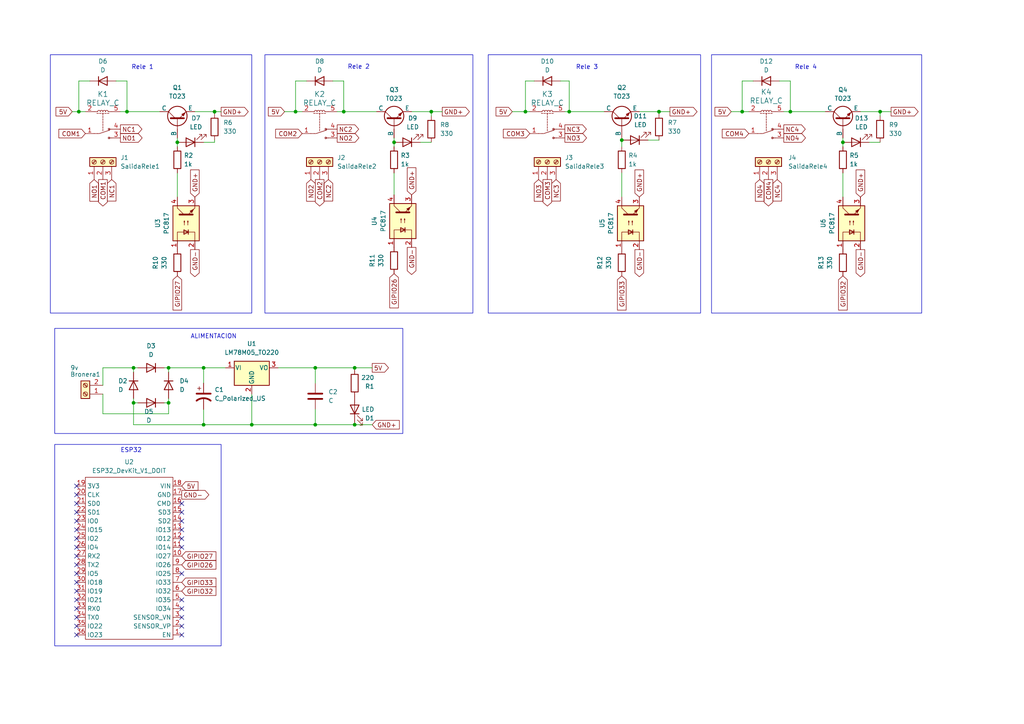
<source format=kicad_sch>
(kicad_sch (version 20230121) (generator eeschema)
  (paper "A4")
  (lib_symbols
    (symbol "Connector:Screw_Terminal_01x02" (pin_names (offset 1.016) hide)
      (property "Reference" "J" (at 0 2.54 0))
      (property "Value" "Screw_Terminal_01x02" (at 0 -5.08 0))
      (symbol "Screw_Terminal_01x02_1_1"
        (rectangle (start -1.27 1.27) (end 1.27 -3.81) (stroke (width 0.254)) (fill (type background)))
        (circle (center 0 -2.54) (radius 0.635) (stroke (width 0.1524)))
        (polyline (pts (xy -0.5334 -2.2098) (xy 0.3302 -3.048)) (stroke (width 0.1524)))
        (polyline (pts (xy -0.5334 0.3302) (xy 0.3302 -0.508)) (stroke (width 0.1524)))
        (polyline (pts (xy -0.3556 -2.032) (xy 0.508 -2.8702)) (stroke (width 0.1524)))
        (polyline (pts (xy -0.3556 0.508) (xy 0.508 -0.3302)) (stroke (width 0.1524)))
        (circle (center 0 0) (radius 0.635) (stroke (width 0.1524)))
        (pin passive line (at -5.08 0 0) (length 3.81) (name "Pin_1") (number "1"))
        (pin passive line (at -5.08 -2.54 0) (length 3.81) (name "Pin_2") (number "2"))
      )
    )
    (symbol "Connector:Screw_Terminal_01x03" (pin_names (offset 1.016) hide)
      (property "Reference" "J" (at 0 5.08 0))
      (property "Value" "Screw_Terminal_01x03" (at 0 -5.08 0))
      (symbol "Screw_Terminal_01x03_1_1"
        (rectangle (start -1.27 3.81) (end 1.27 -3.81) (stroke (width 0.254)) (fill (type background)))
        (circle (center 0 -2.54) (radius 0.635) (stroke (width 0.1524)))
        (polyline (pts (xy -0.5334 -2.2098) (xy 0.3302 -3.048)) (stroke (width 0.1524)))
        (polyline (pts (xy -0.5334 0.3302) (xy 0.3302 -0.508)) (stroke (width 0.1524)))
        (polyline (pts (xy -0.5334 2.8702) (xy 0.3302 2.032)) (stroke (width 0.1524)))
        (polyline (pts (xy -0.3556 -2.032) (xy 0.508 -2.8702)) (stroke (width 0.1524)))
        (polyline (pts (xy -0.3556 0.508) (xy 0.508 -0.3302)) (stroke (width 0.1524)))
        (polyline (pts (xy -0.3556 3.048) (xy 0.508 2.2098)) (stroke (width 0.1524)))
        (circle (center 0 0) (radius 0.635) (stroke (width 0.1524)))
        (circle (center 0 2.54) (radius 0.635) (stroke (width 0.1524)))
        (pin passive line (at -5.08 2.54 0) (length 3.81) (name "Pin_1") (number "1"))
        (pin passive line (at -5.08 0 0) (length 3.81) (name "Pin_2") (number "2"))
        (pin passive line (at -5.08 -2.54 0) (length 3.81) (name "Pin_3") (number "3"))
      )
    )
    (symbol "Device:C" (pin_numbers hide) (pin_names (offset 0.254))
      (property "Reference" "C" (at 0.635 2.54 0))
      (property "Value" "C" (at 0.635 -2.54 0))
      (symbol "C_0_1"
        (polyline (pts (xy -2.032 -0.762) (xy 2.032 -0.762)) (stroke (width 0.508)))
        (polyline (pts (xy -2.032 0.762) (xy 2.032 0.762)) (stroke (width 0.508)))
      )
      (symbol "C_1_1"
        (pin passive line (at 0 3.81 270) (length 2.794) (name "~") (number "1"))
        (pin passive line (at 0 -3.81 90) (length 2.794) (name "~") (number "2"))
      )
    )
    (symbol "Device:C_Polarized_US" (pin_numbers hide) (pin_names (offset 0.254) hide)
      (property "Reference" "C" (at 0.635 2.54 0))
      (property "Value" "C_Polarized_US" (at 0.635 -2.54 0))
      (symbol "C_Polarized_US_0_1"
        (polyline (pts (xy -2.032 0.762) (xy 2.032 0.762)) (stroke (width 0.508)))
        (polyline (pts (xy -1.778 2.286) (xy -0.762 2.286)))
        (polyline (pts (xy -1.27 1.778) (xy -1.27 2.794)))
        (arc (start 2.032 -1.27) (mid 0 -0.5572) (end -2.032 -1.27) (stroke (width 0.508)))
      )
      (symbol "C_Polarized_US_1_1"
        (pin passive line (at 0 3.81 270) (length 2.794) (name "~") (number "1"))
        (pin passive line (at 0 -3.81 90) (length 3.302) (name "~") (number "2"))
      )
    )
    (symbol "Device:D" (pin_numbers hide) (pin_names (offset 1.016) hide)
      (property "Reference" "D" (at 0 2.54 0))
      (property "Value" "D" (at 0 -2.54 0))
      (symbol "D_0_1"
        (polyline (pts (xy -1.27 1.27) (xy -1.27 -1.27)) (stroke (width 0.254)))
        (polyline (pts (xy 1.27 0) (xy -1.27 0)))
        (polyline (pts (xy 1.27 1.27) (xy 1.27 -1.27) (xy -1.27 0) (xy 1.27 1.27)) (stroke (width 0.254)))
      )
      (symbol "D_1_1"
        (pin passive line (at -3.81 0 0) (length 2.54) (name "K") (number "1"))
        (pin passive line (at 3.81 0 180) (length 2.54) (name "A") (number "2"))
      )
    )
    (symbol "Device:LED" (pin_numbers hide) (pin_names (offset 1.016) hide)
      (property "Reference" "D" (at 0 2.54 0))
      (property "Value" "LED" (at 0 -2.54 0))
      (symbol "LED_0_1"
        (polyline (pts (xy -1.27 -1.27) (xy -1.27 1.27)) (stroke (width 0.254)))
        (polyline (pts (xy -1.27 0) (xy 1.27 0)))
        (polyline (pts (xy 1.27 -1.27) (xy 1.27 1.27) (xy -1.27 0) (xy 1.27 -1.27)) (stroke (width 0.254)))
        (polyline (pts (xy -3.048 -0.762) (xy -4.572 -2.286) (xy -3.81 -2.286) (xy -4.572 -2.286) (xy -4.572 -1.524)))
        (polyline (pts (xy -1.778 -0.762) (xy -3.302 -2.286) (xy -2.54 -2.286) (xy -3.302 -2.286) (xy -3.302 -1.524)))
      )
      (symbol "LED_1_1"
        (pin passive line (at -3.81 0 0) (length 2.54) (name "K") (number "1"))
        (pin passive line (at 3.81 0 180) (length 2.54) (name "A") (number "2"))
      )
    )
    (symbol "Device:R" (pin_numbers hide) (pin_names (offset 0))
      (property "Reference" "R" (at 2.032 0 90))
      (property "Value" "R" (at 0 0 90))
      (symbol "R_0_1"
        (rectangle (start -1.016 -2.54) (end 1.016 2.54) (stroke (width 0.254)))
      )
      (symbol "R_1_1"
        (pin passive line (at 0 3.81 270) (length 1.27) (name "~") (number "1"))
        (pin passive line (at 0 -3.81 90) (length 1.27) (name "~") (number "2"))
      )
    )
    (symbol "EESTN5:ESP32_DevKit_V1_DOIT"
      (property "Reference" "U" (at -11.43 34.29 0))
      (property "Value" "ESP32_DevKit_V1_DOIT" (at 11.43 34.29 0))
      (symbol "ESP32_DevKit_V1_DOIT_0_0"
        (pin bidirectional line (at 15.24 25.4 180) (length 2.54) (name "TX0") (number "34"))
        (pin bidirectional line (at 15.24 27.94 180) (length 2.54) (name "IO22") (number "35"))
        (pin bidirectional line (at 15.24 30.48 180) (length 2.54) (name "IO23") (number "36"))
      )
      (symbol "ESP32_DevKit_V1_DOIT_0_1"
        (rectangle (start -12.7 31.75) (end 12.7 -15.24))
      )
      (symbol "ESP32_DevKit_V1_DOIT_1_1"
        (pin input line (at -15.24 30.48 0) (length 2.54) (name "EN") (number "1"))
        (pin bidirectional line (at -15.24 7.62 0) (length 2.54) (name "IO27") (number "10"))
        (pin bidirectional line (at -15.24 5.08 0) (length 2.54) (name "IO14") (number "11"))
        (pin bidirectional line (at -15.24 2.54 0) (length 2.54) (name "IO12") (number "12"))
        (pin bidirectional line (at -15.24 0 0) (length 2.54) (name "IO13") (number "13"))
        (pin bidirectional line (at -15.24 -2.54 0) (length 2.54) (name "SD2") (number "14"))
        (pin bidirectional line (at -15.24 -5.08 0) (length 2.54) (name "SD3") (number "15"))
        (pin bidirectional line (at -15.24 -7.62 0) (length 2.54) (name "CMD") (number "16"))
        (pin power_in line (at -15.24 -10.16 0) (length 2.54) (name "GND") (number "17"))
        (pin power_in line (at -15.24 -12.7 0) (length 2.54) (name "VIN") (number "18"))
        (pin power_in line (at 15.24 -12.7 180) (length 2.54) (name "3V3") (number "19"))
        (pin input line (at -15.24 27.94 0) (length 2.54) (name "SENSOR_VP") (number "2"))
        (pin bidirectional line (at 15.24 -10.16 180) (length 2.54) (name "CLK") (number "20"))
        (pin bidirectional line (at 15.24 -7.62 180) (length 2.54) (name "SD0") (number "21"))
        (pin bidirectional line (at 15.24 -5.08 180) (length 2.54) (name "SD1") (number "22"))
        (pin bidirectional line (at 15.24 -2.54 180) (length 2.54) (name "IO0") (number "23"))
        (pin bidirectional line (at 15.24 0 180) (length 2.54) (name "IO15") (number "24"))
        (pin bidirectional line (at 15.24 2.54 180) (length 2.54) (name "IO2") (number "25"))
        (pin bidirectional line (at 15.24 5.08 180) (length 2.54) (name "IO4") (number "26"))
        (pin bidirectional line (at 15.24 7.62 180) (length 2.54) (name "RX2") (number "27"))
        (pin bidirectional line (at 15.24 10.16 180) (length 2.54) (name "TX2") (number "28"))
        (pin bidirectional line (at 15.24 12.7 180) (length 2.54) (name "IO5") (number "29"))
        (pin input line (at -15.24 25.4 0) (length 2.54) (name "SENSOR_VN") (number "3"))
        (pin bidirectional line (at 15.24 15.24 180) (length 2.54) (name "IO18") (number "30"))
        (pin bidirectional line (at 15.24 17.78 180) (length 2.54) (name "IO19") (number "31"))
        (pin bidirectional line (at 15.24 20.32 180) (length 2.54) (name "IO21") (number "32"))
        (pin bidirectional line (at 15.24 22.86 180) (length 2.54) (name "RX0") (number "33"))
        (pin input line (at -15.24 22.86 0) (length 2.54) (name "IO34") (number "4"))
        (pin input line (at -15.24 20.32 0) (length 2.54) (name "IO35") (number "5"))
        (pin bidirectional line (at -15.24 17.78 0) (length 2.54) (name "IO32") (number "6"))
        (pin bidirectional line (at -15.24 15.24 0) (length 2.54) (name "IO33") (number "7"))
        (pin bidirectional line (at -15.24 12.7 0) (length 2.54) (name "IO25") (number "8"))
        (pin bidirectional line (at -15.24 10.16 0) (length 2.54) (name "IO26") (number "9"))
      )
    )
    (symbol "EESTN5:RELAY_C" (pin_names (offset 1.016))
      (property "Reference" "K" (at 0 6.35 0))
      (property "Value" "RELAY_C" (at 0 -5.969 0))
      (symbol "RELAY_C_0_1"
        (arc (start -0.762 3.81) (mid -1.143 4.1894) (end -1.524 3.81))
        (polyline (pts (xy -1.778 3.302) (xy -1.27 3.302) (xy -1.27 3.302)))
        (polyline (pts (xy -1.524 -2.54) (xy -2.54 -2.54) (xy -2.54 -2.54)))
        (polyline (pts (xy -1.524 3.81) (xy -2.54 3.81) (xy -2.54 3.81)))
        (polyline (pts (xy -1.016 3.302) (xy -0.508 3.302) (xy -0.508 3.302)))
        (polyline (pts (xy -0.254 3.302) (xy 0.254 3.302) (xy 0.254 3.302)))
        (polyline (pts (xy 0 -1.27) (xy 0 -1.778) (xy 0 -1.778)))
        (polyline (pts (xy 0 -0.508) (xy 0 -1.016) (xy 0 -1.016)))
        (polyline (pts (xy 0 0.254) (xy 0 -0.254) (xy 0 -0.254)))
        (polyline (pts (xy 0 1.016) (xy 0 0.508) (xy 0 0.508)))
        (polyline (pts (xy 0 1.778) (xy 0 1.27) (xy 0 1.27)))
        (polyline (pts (xy 0 2.54) (xy 0 2.032) (xy 0 2.032)))
        (polyline (pts (xy 0 3.302) (xy 0 2.794) (xy 0 2.794)))
        (polyline (pts (xy 0.508 3.302) (xy 1.016 3.302) (xy 1.016 3.302)))
        (polyline (pts (xy 1.27 3.302) (xy 1.778 3.302) (xy 1.778 3.302)))
        (polyline (pts (xy 1.524 3.81) (xy 2.54 3.81) (xy 2.54 3.81)))
        (polyline (pts (xy 2.54 -3.81) (xy 1.778 -3.81) (xy 1.778 -3.81)))
        (polyline (pts (xy 2.54 -1.27) (xy 1.778 -1.27) (xy 1.778 -1.27)))
        (polyline (pts (xy -1.524 -2.54) (xy -1.016 -2.54) (xy 2.032 -1.524) (xy 2.032 -1.524)))
        (arc (start 0 3.81) (mid -0.381 4.1894) (end -0.762 3.81))
        (arc (start 0.762 3.81) (mid 0.381 4.1894) (end 0 3.81))
        (arc (start 1.524 3.81) (mid 1.143 4.1894) (end 0.762 3.81))
        (circle (center 1.778 -3.81) (radius 0.254))
        (circle (center 1.778 -1.27) (radius 0.254))
      )
      (symbol "RELAY_C_1_1"
        (pin passive line (at -5.08 -2.54 0) (length 2.54) (name "~") (number "1"))
        (pin passive line (at -5.08 3.81 0) (length 2.54) (name "~") (number "2"))
        (pin passive line (at 5.08 -3.81 180) (length 2.54) (name "~") (number "3"))
        (pin passive line (at 5.08 -1.27 180) (length 2.54) (name "~") (number "4"))
        (pin passive line (at 5.08 3.81 180) (length 2.54) (name "~") (number "5"))
      )
    )
    (symbol "Isolator:PC817" (pin_names (offset 1.016))
      (property "Reference" "U" (at -5.08 5.08 0))
      (property "Value" "PC817" (at 0 5.08 0))
      (symbol "PC817_0_1"
        (rectangle (start -5.08 3.81) (end 5.08 -3.81) (stroke (width 0.254)) (fill (type background)))
        (polyline (pts (xy -3.175 -0.635) (xy -1.905 -0.635)) (stroke (width 0.254)))
        (polyline (pts (xy 2.54 0.635) (xy 4.445 2.54)))
        (polyline (pts (xy 4.445 -2.54) (xy 2.54 -0.635)) (fill (type outline)))
        (polyline (pts (xy 4.445 -2.54) (xy 5.08 -2.54)))
        (polyline (pts (xy 4.445 2.54) (xy 5.08 2.54)))
        (polyline (pts (xy -5.08 2.54) (xy -2.54 2.54) (xy -2.54 -0.635)))
        (polyline (pts (xy -2.54 -0.635) (xy -2.54 -2.54) (xy -5.08 -2.54)))
        (polyline (pts (xy 2.54 1.905) (xy 2.54 -1.905) (xy 2.54 -1.905)) (stroke (width 0.508)))
        (polyline (pts (xy -2.54 -0.635) (xy -3.175 0.635) (xy -1.905 0.635) (xy -2.54 -0.635)) (stroke (width 0.254)))
        (polyline (pts (xy -0.508 -0.508) (xy 0.762 -0.508) (xy 0.381 -0.635) (xy 0.381 -0.381) (xy 0.762 -0.508)))
        (polyline (pts (xy -0.508 0.508) (xy 0.762 0.508) (xy 0.381 0.381) (xy 0.381 0.635) (xy 0.762 0.508)))
        (polyline (pts (xy 3.048 -1.651) (xy 3.556 -1.143) (xy 4.064 -2.159) (xy 3.048 -1.651) (xy 3.048 -1.651)) (fill (type outline)))
      )
      (symbol "PC817_1_1"
        (pin passive line (at -7.62 2.54 0) (length 2.54) (name "~") (number "1"))
        (pin passive line (at -7.62 -2.54 0) (length 2.54) (name "~") (number "2"))
        (pin passive line (at 7.62 -2.54 180) (length 2.54) (name "~") (number "3"))
        (pin passive line (at 7.62 2.54 180) (length 2.54) (name "~") (number "4"))
      )
    )
    (symbol "Regulator_Linear:LM78M05_TO220" (pin_names (offset 0.254))
      (property "Reference" "U" (at -3.81 3.175 0))
      (property "Value" "LM78M05_TO220" (at 0 3.175 0))
      (symbol "LM78M05_TO220_0_1"
        (rectangle (start -5.08 1.905) (end 5.08 -5.08) (stroke (width 0.254)) (fill (type background)))
      )
      (symbol "LM78M05_TO220_1_1"
        (pin power_in line (at -7.62 0 0) (length 2.54) (name "VI") (number "1"))
        (pin power_in line (at 0 -7.62 90) (length 2.54) (name "GND") (number "2"))
        (pin power_out line (at 7.62 0 180) (length 2.54) (name "VO") (number "3"))
      )
    )
    (symbol "Simulation_SPICE:NPN" (pin_numbers hide) (pin_names (offset 0))
      (property "Reference" "Q" (at -2.54 7.62 0))
      (property "Value" "NPN" (at -2.54 5.08 0))
      (symbol "NPN_0_1"
        (polyline (pts (xy -2.54 0) (xy 0.635 0)) (stroke (width 0.1524)))
        (polyline (pts (xy 0.635 0.635) (xy 2.54 2.54)))
        (polyline (pts (xy 2.794 -1.27) (xy 2.794 -1.27)) (stroke (width 0.1524)))
        (polyline (pts (xy 2.794 -1.27) (xy 2.794 -1.27)) (stroke (width 0.1524)))
        (polyline (pts (xy 0.635 -0.635) (xy 2.54 -2.54) (xy 2.54 -2.54)))
        (polyline (pts (xy 0.635 1.905) (xy 0.635 -1.905) (xy 0.635 -1.905)) (stroke (width 0.508)))
        (polyline (pts (xy 1.27 -1.778) (xy 1.778 -1.27) (xy 2.286 -2.286) (xy 1.27 -1.778) (xy 1.27 -1.778)) (fill (type outline)))
        (circle (center 1.27 0) (radius 2.8194) (stroke (width 0.254)))
      )
      (symbol "NPN_1_1"
        (pin open_collector line (at 2.54 5.08 270) (length 2.54) (name "C") (number "1"))
        (pin input line (at -5.08 0 0) (length 2.54) (name "B") (number "2"))
        (pin open_emitter line (at 2.54 -5.08 90) (length 2.54) (name "E") (number "3"))
      )
    )
  )
  (junction (at 48.895 106.68))
  (junction (at 125.095 32.385))
  (junction (at 229.235 32.385))
  (junction (at 114.3 41.275))
  (junction (at 59.055 106.68))
  (junction (at 191.135 32.385))
  (junction (at 51.435 41.275))
  (junction (at 215.265 32.385))
  (junction (at 48.895 116.84))
  (junction (at 99.695 32.385))
  (junction (at 36.83 32.385))
  (junction (at 255.27 32.385))
  (junction (at 165.1 32.385))
  (junction (at 38.735 106.68))
  (junction (at 91.44 123.19))
  (junction (at 85.725 32.385))
  (junction (at 102.87 123.19))
  (junction (at 102.87 106.68))
  (junction (at 91.44 106.68))
  (junction (at 22.86 32.385))
  (junction (at 38.735 116.84))
  (junction (at 244.475 41.275))
  (junction (at 180.34 40.64))
  (junction (at 152.4 32.385))
  (junction (at 73.025 123.19))
  (junction (at 62.23 32.385))
  (junction (at 59.055 123.19))
  (no_connect (at 22.225 151.13))
  (no_connect (at 22.225 161.29))
  (no_connect (at 22.225 156.21))
  (no_connect (at 22.225 163.83))
  (no_connect (at 52.705 153.67))
  (no_connect (at 52.705 179.07))
  (no_connect (at 22.225 166.37))
  (no_connect (at 52.705 148.59))
  (no_connect (at 22.225 176.53))
  (no_connect (at 22.225 148.59))
  (no_connect (at 22.225 143.51))
  (no_connect (at 52.705 181.61))
  (no_connect (at 22.225 181.61))
  (no_connect (at 22.225 184.15))
  (no_connect (at 22.225 153.67))
  (no_connect (at 52.705 166.37))
  (no_connect (at 22.225 146.05))
  (no_connect (at 52.705 151.13))
  (no_connect (at 22.225 168.91))
  (no_connect (at 52.705 146.05))
  (no_connect (at 52.705 156.21))
  (no_connect (at 52.705 158.75))
  (no_connect (at 22.225 158.75))
  (no_connect (at 22.225 171.45))
  (no_connect (at 22.225 179.07))
  (no_connect (at 52.705 176.53))
  (no_connect (at 52.705 173.99))
  (no_connect (at 22.225 173.99))
  (no_connect (at 52.705 184.15))
  (no_connect (at 22.225 140.97))
  (wire (pts (xy 82.55 32.385) (xy 85.725 32.385)))
  (wire (pts (xy 165.1 32.385) (xy 175.26 32.385)))
  (wire (pts (xy 185.42 32.385) (xy 191.135 32.385)))
  (wire (pts (xy 102.87 106.68) (xy 102.87 107.315)))
  (wire (pts (xy 36.83 23.495) (xy 36.83 32.385)))
  (wire (pts (xy 99.695 23.495) (xy 99.695 32.385)))
  (wire (pts (xy 38.735 116.84) (xy 40.005 116.84)))
  (wire (pts (xy 36.83 32.385) (xy 46.355 32.385)))
  (wire (pts (xy 229.235 32.385) (xy 239.395 32.385)))
  (wire (pts (xy 252.095 41.275) (xy 255.27 41.275)))
  (wire (pts (xy 48.895 115.57) (xy 48.895 116.84)))
  (wire (pts (xy 47.625 116.84) (xy 48.895 116.84)))
  (wire (pts (xy 48.895 106.68) (xy 48.895 107.95)))
  (wire (pts (xy 38.735 115.57) (xy 38.735 116.84)))
  (wire (pts (xy 29.845 106.68) (xy 38.735 106.68)))
  (wire (pts (xy 64.135 32.385) (xy 62.23 32.385)))
  (wire (pts (xy 114.3 50.165) (xy 114.3 56.515)))
  (wire (pts (xy 244.475 50.165) (xy 244.475 57.15)))
  (wire (pts (xy 125.095 32.385) (xy 125.095 33.655)))
  (wire (pts (xy 180.34 50.165) (xy 180.34 57.15)))
  (wire (pts (xy 191.135 33.02) (xy 191.135 32.385)))
  (wire (pts (xy 48.895 106.68) (xy 59.055 106.68)))
  (wire (pts (xy 97.79 32.385) (xy 99.695 32.385)))
  (wire (pts (xy 91.44 123.19) (xy 102.87 123.19)))
  (wire (pts (xy 73.025 123.19) (xy 91.44 123.19)))
  (wire (pts (xy 51.435 41.275) (xy 51.435 40.005)))
  (wire (pts (xy 34.925 32.385) (xy 36.83 32.385)))
  (wire (pts (xy 249.555 32.385) (xy 255.27 32.385)))
  (wire (pts (xy 80.645 106.68) (xy 91.44 106.68)))
  (wire (pts (xy 148.59 32.385) (xy 152.4 32.385)))
  (wire (pts (xy 22.86 23.495) (xy 22.86 32.385)))
  (wire (pts (xy 119.38 32.385) (xy 125.095 32.385)))
  (wire (pts (xy 88.9 23.495) (xy 85.725 23.495)))
  (wire (pts (xy 244.475 40.005) (xy 244.475 41.275)))
  (wire (pts (xy 20.955 32.385) (xy 22.86 32.385)))
  (wire (pts (xy 59.055 123.19) (xy 38.735 123.19)))
  (wire (pts (xy 180.34 40.64) (xy 180.34 42.545)))
  (wire (pts (xy 22.86 23.495) (xy 26.035 23.495)))
  (wire (pts (xy 29.845 114.3) (xy 29.845 120.015)))
  (wire (pts (xy 226.06 23.495) (xy 229.235 23.495)))
  (wire (pts (xy 62.23 33.02) (xy 62.23 32.385)))
  (wire (pts (xy 102.87 122.555) (xy 102.87 123.19)))
  (wire (pts (xy 91.44 106.68) (xy 91.44 111.125)))
  (wire (pts (xy 73.025 123.19) (xy 59.055 123.19)))
  (wire (pts (xy 215.265 23.495) (xy 218.44 23.495)))
  (wire (pts (xy 121.92 41.275) (xy 125.095 41.275)))
  (wire (pts (xy 85.725 23.495) (xy 85.725 32.385)))
  (wire (pts (xy 191.135 32.385) (xy 194.31 32.385)))
  (wire (pts (xy 33.655 23.495) (xy 36.83 23.495)))
  (wire (pts (xy 165.1 23.495) (xy 165.1 32.385)))
  (wire (pts (xy 227.33 32.385) (xy 229.235 32.385)))
  (wire (pts (xy 191.135 40.64) (xy 187.96 40.64)))
  (wire (pts (xy 102.87 123.19) (xy 107.95 123.19)))
  (wire (pts (xy 96.52 23.495) (xy 99.695 23.495)))
  (wire (pts (xy 212.09 32.385) (xy 215.265 32.385)))
  (wire (pts (xy 215.265 23.495) (xy 215.265 32.385)))
  (wire (pts (xy 22.86 32.385) (xy 24.765 32.385)))
  (wire (pts (xy 59.055 118.745) (xy 59.055 123.19)))
  (wire (pts (xy 180.34 40.005) (xy 180.34 40.64)))
  (wire (pts (xy 48.895 116.84) (xy 48.895 120.015)))
  (wire (pts (xy 47.625 106.68) (xy 48.895 106.68)))
  (wire (pts (xy 114.3 41.275) (xy 114.3 42.545)))
  (wire (pts (xy 38.735 106.68) (xy 40.005 106.68)))
  (wire (pts (xy 229.235 23.495) (xy 229.235 32.385)))
  (wire (pts (xy 38.735 123.19) (xy 38.735 116.84)))
  (wire (pts (xy 102.87 106.68) (xy 107.95 106.68)))
  (wire (pts (xy 59.055 106.68) (xy 59.055 111.125)))
  (wire (pts (xy 62.23 32.385) (xy 56.515 32.385)))
  (wire (pts (xy 62.23 40.64) (xy 62.23 41.275)))
  (wire (pts (xy 255.27 32.385) (xy 258.445 32.385)))
  (wire (pts (xy 255.27 32.385) (xy 255.27 33.655)))
  (wire (pts (xy 152.4 32.385) (xy 153.67 32.385)))
  (wire (pts (xy 91.44 106.68) (xy 102.87 106.68)))
  (wire (pts (xy 152.4 23.495) (xy 152.4 32.385)))
  (wire (pts (xy 154.94 23.495) (xy 152.4 23.495)))
  (wire (pts (xy 125.095 32.385) (xy 128.27 32.385)))
  (wire (pts (xy 215.265 32.385) (xy 217.17 32.385)))
  (wire (pts (xy 65.405 106.68) (xy 59.055 106.68)))
  (wire (pts (xy 51.435 42.545) (xy 51.435 41.275)))
  (wire (pts (xy 73.025 114.3) (xy 73.025 123.19)))
  (wire (pts (xy 51.435 50.165) (xy 51.435 57.15)))
  (wire (pts (xy 85.725 32.385) (xy 87.63 32.385)))
  (wire (pts (xy 99.695 32.385) (xy 109.22 32.385)))
  (wire (pts (xy 29.845 120.015) (xy 48.895 120.015)))
  (wire (pts (xy 91.44 118.745) (xy 91.44 123.19)))
  (wire (pts (xy 62.23 41.275) (xy 59.055 41.275)))
  (wire (pts (xy 114.3 40.005) (xy 114.3 41.275)))
  (wire (pts (xy 244.475 41.275) (xy 244.475 42.545)))
  (wire (pts (xy 162.56 23.495) (xy 165.1 23.495)))
  (wire (pts (xy 29.845 111.76) (xy 29.845 106.68)))
  (wire (pts (xy 38.735 106.68) (xy 38.735 107.95)))
  (wire (pts (xy 163.83 32.385) (xy 165.1 32.385)))
  (rectangle (start 14.605 15.875) (end 73.025 90.805))
  (rectangle (start 15.875 95.25) (end 116.84 125.73))
  (rectangle (start 206.375 15.875) (end 267.335 90.805))
  (rectangle (start 15.875 128.905) (end 64.135 187.325))
  (rectangle (start 76.835 15.875) (end 137.16 90.805))
  (rectangle (start 141.605 15.875) (end 203.2 90.805))
  (text "Rele 4" (at 230.505 20.32 0) (effects (font (size 1.27 1.27)) (justify left bottom)))
  (text "Rele 2" (at 100.7938 20.2545 0) (effects (font (size 1.27 1.27)) (justify left bottom)))
  (text "ESP32\n" (at 34.925 131.445 0) (effects (font (size 1.27 1.27)) (justify left bottom)))
  (text "Rele 3" (at 167.005 20.32 0) (effects (font (size 1.27 1.27)) (justify left bottom)))
  (text "Rele 1" (at 38.1 20.32 0) (effects (font (size 1.27 1.27)) (justify left bottom)))
  (text "ALIMENTACION" (at 55.245 98.425 0) (effects (font (size 1.27 1.27)) (justify left bottom)))
  (global_label "5V" (shape input) (at 52.705 140.97 0) (property "Intersheetrefs" "${INTERSHEET_REFS}" (effects hide)))
  (global_label "GND-" (shape output) (at 52.705 143.51 0) (property "Intersheetrefs" "${INTERSHEET_REFS}" (effects hide)))
  (global_label "COM3" (shape output) (at 158.75 52.07 270) (property "Intersheetrefs" "${INTERSHEET_REFS}" (effects hide)))
  (global_label "COM1" (shape output) (at 29.845 52.07 270) (property "Intersheetrefs" "${INTERSHEET_REFS}" (effects hide)))
  (global_label "NO2" (shape input) (at 90.17 52.07 270) (property "Intersheetrefs" "${INTERSHEET_REFS}" (effects hide)))
  (global_label "NC2" (shape output) (at 97.79 37.465 0) (property "Intersheetrefs" "${INTERSHEET_REFS}" (effects hide)))
  (global_label "5V" (shape input) (at 20.955 32.385 180) (property "Intersheetrefs" "${INTERSHEET_REFS}" (effects hide)))
  (global_label "NO3" (shape input) (at 156.21 52.07 270) (property "Intersheetrefs" "${INTERSHEET_REFS}" (effects hide)))
  (global_label "GND+" (shape output) (at 64.135 32.385 0) (property "Intersheetrefs" "${INTERSHEET_REFS}" (effects hide)))
  (global_label "GND-" (shape output) (at 185.42 72.39 270) (property "Intersheetrefs" "${INTERSHEET_REFS}" (effects hide)))
  (global_label "NC3" (shape output) (at 163.83 37.465 0) (property "Intersheetrefs" "${INTERSHEET_REFS}" (effects hide)))
  (global_label "GIPIO33" (shape input) (at 52.705 168.91 0) (property "Intersheetrefs" "${INTERSHEET_REFS}" (effects hide)))
  (global_label "GND+" (shape output) (at 194.31 32.385 0) (property "Intersheetrefs" "${INTERSHEET_REFS}" (effects hide)))
  (global_label "GIPIO32" (shape input) (at 244.475 80.01 270) (property "Intersheetrefs" "${INTERSHEET_REFS}" (effects hide)))
  (global_label "COM2" (shape input) (at 87.63 38.735 180) (property "Intersheetrefs" "${INTERSHEET_REFS}" (effects hide)))
  (global_label "GND+" (shape output) (at 258.445 32.385 0) (property "Intersheetrefs" "${INTERSHEET_REFS}" (effects hide)))
  (global_label "5V" (shape input) (at 82.55 32.385 180) (property "Intersheetrefs" "${INTERSHEET_REFS}" (effects hide)))
  (global_label "COM1" (shape input) (at 24.765 38.735 180) (property "Intersheetrefs" "${INTERSHEET_REFS}" (effects hide)))
  (global_label "NC3" (shape input) (at 161.29 52.07 270) (property "Intersheetrefs" "${INTERSHEET_REFS}" (effects hide)))
  (global_label "GND+" (shape output) (at 128.27 32.385 0) (property "Intersheetrefs" "${INTERSHEET_REFS}" (effects hide)))
  (global_label "NC1" (shape input) (at 32.385 52.07 270) (property "Intersheetrefs" "${INTERSHEET_REFS}" (effects hide)))
  (global_label "GND-" (shape output) (at 249.555 72.39 270) (property "Intersheetrefs" "${INTERSHEET_REFS}" (effects hide)))
  (global_label "NC4" (shape output) (at 227.33 37.465 0) (property "Intersheetrefs" "${INTERSHEET_REFS}" (effects hide)))
  (global_label "NO2" (shape output) (at 97.79 40.005 0) (property "Intersheetrefs" "${INTERSHEET_REFS}" (effects hide)))
  (global_label "5V" (shape input) (at 212.09 32.385 180) (property "Intersheetrefs" "${INTERSHEET_REFS}" (effects hide)))
  (global_label "GIPIO27" (shape input) (at 52.705 161.29 0) (property "Intersheetrefs" "${INTERSHEET_REFS}" (effects hide)))
  (global_label "GND-" (shape output) (at 119.38 71.755 270) (property "Intersheetrefs" "${INTERSHEET_REFS}" (effects hide)))
  (global_label "GND+" (shape input) (at 56.515 57.15 90) (property "Intersheetrefs" "${INTERSHEET_REFS}" (effects hide)))
  (global_label "NC4" (shape input) (at 225.425 52.07 270) (property "Intersheetrefs" "${INTERSHEET_REFS}" (effects hide)))
  (global_label "NO1" (shape input) (at 27.305 52.07 270) (property "Intersheetrefs" "${INTERSHEET_REFS}" (effects hide)))
  (global_label "NC2" (shape input) (at 95.25 52.07 270) (property "Intersheetrefs" "${INTERSHEET_REFS}" (effects hide)))
  (global_label "COM2" (shape output) (at 92.71 52.07 270) (property "Intersheetrefs" "${INTERSHEET_REFS}" (effects hide)))
  (global_label "NO1" (shape output) (at 34.925 40.005 0) (property "Intersheetrefs" "${INTERSHEET_REFS}" (effects hide)))
  (global_label "GND-" (shape output) (at 56.515 72.39 270) (property "Intersheetrefs" "${INTERSHEET_REFS}" (effects hide)))
  (global_label "GIPIO33" (shape input) (at 180.34 80.01 270) (property "Intersheetrefs" "${INTERSHEET_REFS}" (effects hide)))
  (global_label "GIPIO32" (shape input) (at 52.705 171.45 0) (property "Intersheetrefs" "${INTERSHEET_REFS}" (effects hide)))
  (global_label "COM3" (shape input) (at 153.67 38.735 180) (property "Intersheetrefs" "${INTERSHEET_REFS}" (effects hide)))
  (global_label "NC1" (shape output) (at 34.925 37.465 0) (property "Intersheetrefs" "${INTERSHEET_REFS}" (effects hide)))
  (global_label "NO3" (shape output) (at 163.83 40.005 0) (property "Intersheetrefs" "${INTERSHEET_REFS}" (effects hide)))
  (global_label "COM4" (shape input) (at 217.17 38.735 180) (property "Intersheetrefs" "${INTERSHEET_REFS}" (effects hide)))
  (global_label "GIPIO26" (shape input) (at 114.3 79.375 270) (property "Intersheetrefs" "${INTERSHEET_REFS}" (effects hide)))
  (global_label "GND+" (shape input) (at 107.95 123.19 0) (property "Intersheetrefs" "${INTERSHEET_REFS}" (effects hide)))
  (global_label "5V" (shape output) (at 107.95 106.68 0) (property "Intersheetrefs" "${INTERSHEET_REFS}" (effects hide)))
  (global_label "GND+" (shape input) (at 185.42 57.15 90) (property "Intersheetrefs" "${INTERSHEET_REFS}" (effects hide)))
  (global_label "GND+" (shape input) (at 119.38 56.515 90) (property "Intersheetrefs" "${INTERSHEET_REFS}" (effects hide)))
  (global_label "5V" (shape input) (at 148.59 32.385 180) (property "Intersheetrefs" "${INTERSHEET_REFS}" (effects hide)))
  (global_label "GIPIO26" (shape input) (at 52.705 163.83 0) (property "Intersheetrefs" "${INTERSHEET_REFS}" (effects hide)))
  (global_label "GIPIO27" (shape input) (at 51.435 80.01 270) (property "Intersheetrefs" "${INTERSHEET_REFS}" (effects hide)))
  (global_label "NO4" (shape output) (at 227.33 40.005 0) (property "Intersheetrefs" "${INTERSHEET_REFS}" (effects hide)))
  (global_label "GND+" (shape input) (at 249.555 57.15 90) (property "Intersheetrefs" "${INTERSHEET_REFS}" (effects hide)))
  (global_label "COM4" (shape output) (at 222.885 52.07 270) (property "Intersheetrefs" "${INTERSHEET_REFS}" (effects hide)))
  (global_label "NO4" (shape input) (at 220.345 52.07 270) (property "Intersheetrefs" "${INTERSHEET_REFS}" (effects hide)))
  (symbol (lib_id "Connector:Screw_Terminal_01x03") (at 92.71 46.99 90) (unit 1)
    (property "Reference" "J2" (at 97.79 45.72 90) (effects (justify right)))
    (property "Value" "SalidaRele2" (at 97.79 48.26 90) (effects (justify right)))
    (property "Footprint" "TerminalBlock:TerminalBlock_Altech_AK300-3_P5.00mm" (effects hide))
  )
  (symbol (lib_id "Device:R") (at 255.27 37.465 0) (unit 1)
    (property "Reference" "R9" (at 257.81 36.195 0) (effects (justify left)))
    (property "Value" "330" (at 257.81 38.735 0) (effects (justify left)))
    (property "Footprint" "Resistor_SMD:R_0805_2012Metric_Pad1.20x1.40mm_HandSolder" (effects hide))
  )
  (symbol (lib_id "Device:D") (at 43.815 116.84 180) (unit 1)
    (property "Reference" "D5" (at 43.18 119.38 0))
    (property "Value" "D" (at 43.18 121.92 0))
    (property "Footprint" "Diode_SMD:D_0805_2012Metric_Pad1.15x1.40mm_HandSolder" (effects hide))
    (property "Sim.Device" "D" (effects hide))
    (property "Sim.Pins" "1=K 2=A" (effects hide))
  )
  (symbol (lib_id "Device:D") (at 222.25 23.495 0) (unit 1)
    (property "Reference" "D12" (at 222.25 17.78 0))
    (property "Value" "D" (at 222.25 20.32 0))
    (property "Footprint" "Diode_SMD:D_0805_2012Metric_Pad1.15x1.40mm_HandSolder" (effects hide))
    (property "Sim.Device" "D" (effects hide))
    (property "Sim.Pins" "1=K 2=A" (effects hide))
  )
  (symbol (lib_id "Simulation_SPICE:NPN") (at 244.475 34.925 90) (unit 1)
    (property "Reference" "Q4" (at 244.475 26.035 90))
    (property "Value" "TO23" (at 244.475 28.575 90))
    (property "Footprint" "Package_TO_SOT_SMD:SOT-23" (effects hide))
    (property "Sim.Device" "NPN" (effects hide))
    (property "Sim.Type" "GUMMELPOON" (effects hide))
    (property "Sim.Pins" "1=C 2=B 3=E" (effects hide))
  )
  (symbol (lib_id "Device:R") (at 62.23 36.83 0) (unit 1)
    (property "Reference" "R6" (at 64.77 35.56 0) (effects (justify left)))
    (property "Value" "330" (at 64.77 38.1 0) (effects (justify left)))
    (property "Footprint" "Resistor_SMD:R_0805_2012Metric_Pad1.20x1.40mm_HandSolder" (effects hide))
  )
  (symbol (lib_id "Isolator:PC817") (at 116.84 64.135 90) (unit 1)
    (property "Reference" "U4" (at 108.585 64.135 0))
    (property "Value" "PC817" (at 111.125 64.135 0))
    (property "Footprint" "Package_DIP:DIP-4_W7.62mm_SMDSocket_SmallPads" (effects hide))
    (property "Datasheet" "http://www.soselectronic.cz/a_info/resource/d/pc817.pdf" (effects hide))
  )
  (symbol (lib_id "Device:LED") (at 184.15 40.64 180) (unit 1)
    (property "Reference" "D11" (at 185.7375 33.655 0))
    (property "Value" "LED" (at 185.7375 36.195 0))
    (property "Footprint" "Connector_PinSocket_2.54mm:PinSocket_1x02_P2.54mm_Vertical" (effects hide))
  )
  (symbol (lib_id "Device:LED") (at 118.11 41.275 180) (unit 1)
    (property "Reference" "D9" (at 119.6975 34.29 0))
    (property "Value" "LED" (at 119.6975 36.83 0))
    (property "Footprint" "Connector_PinSocket_2.54mm:PinSocket_1x02_P2.54mm_Vertical" (effects hide))
  )
  (symbol (lib_id "Device:R") (at 51.435 46.355 0) (unit 1)
    (property "Reference" "R2" (at 53.34 45.085 0) (effects (justify left)))
    (property "Value" "1k" (at 53.34 47.625 0) (effects (justify left)))
    (property "Footprint" "Resistor_SMD:R_0805_2012Metric_Pad1.20x1.40mm_HandSolder" (effects hide))
  )
  (symbol (lib_id "Device:LED") (at 55.245 41.275 180) (unit 1)
    (property "Reference" "D7" (at 56.8325 34.29 0))
    (property "Value" "LED" (at 56.8325 36.83 0))
    (property "Footprint" "Connector_PinSocket_2.54mm:PinSocket_1x02_P2.54mm_Vertical" (effects hide))
  )
  (symbol (lib_id "Device:LED") (at 248.285 41.275 180) (unit 1)
    (property "Reference" "D13" (at 249.8725 34.29 0))
    (property "Value" "LED" (at 249.8725 36.83 0))
    (property "Footprint" "Connector_PinSocket_2.54mm:PinSocket_1x02_P2.54mm_Vertical" (effects hide))
  )
  (symbol (lib_id "Device:R") (at 114.3 75.565 180) (unit 1)
    (property "Reference" "R11" (at 107.95 75.565 90))
    (property "Value" "330" (at 110.49 75.565 90))
    (property "Footprint" "Resistor_SMD:R_0805_2012Metric_Pad1.20x1.40mm_HandSolder" (effects hide))
  )
  (symbol (lib_id "Device:D") (at 38.735 111.76 270) (unit 1)
    (property "Reference" "D2" (at 34.29 110.49 90) (effects (justify left)))
    (property "Value" "D" (at 34.29 113.03 90) (effects (justify left)))
    (property "Footprint" "Diode_SMD:D_0805_2012Metric_Pad1.15x1.40mm_HandSolder" (effects hide))
    (property "Sim.Device" "D" (effects hide))
    (property "Sim.Pins" "1=K 2=A" (effects hide))
  )
  (symbol (lib_id "Device:R") (at 125.095 37.465 0) (unit 1)
    (property "Reference" "R8" (at 127.635 36.195 0) (effects (justify left)))
    (property "Value" "330" (at 127.635 38.735 0) (effects (justify left)))
    (property "Footprint" "Resistor_SMD:R_0805_2012Metric_Pad1.20x1.40mm_HandSolder" (effects hide))
  )
  (symbol (lib_id "Simulation_SPICE:NPN") (at 114.3 34.925 90) (unit 1)
    (property "Reference" "Q3" (at 114.3 26.035 90))
    (property "Value" "TO23" (at 114.3 28.575 90))
    (property "Footprint" "Package_TO_SOT_SMD:SOT-23" (effects hide))
    (property "Sim.Device" "NPN" (effects hide))
    (property "Sim.Type" "GUMMELPOON" (effects hide))
    (property "Sim.Pins" "1=C 2=B 3=E" (effects hide))
  )
  (symbol (lib_id "Device:R") (at 102.87 111.125 180) (unit 1)
    (property "Reference" "R1" (at 108.585 112.0775 0) (effects (justify left)))
    (property "Value" "220" (at 108.585 109.5375 0) (effects (justify left)))
    (property "Footprint" "Resistor_SMD:R_0805_2012Metric_Pad1.20x1.40mm_HandSolder" (effects hide))
  )
  (symbol (lib_id "Device:D") (at 43.815 106.68 180) (unit 1)
    (property "Reference" "D3" (at 43.815 100.33 0))
    (property "Value" "D" (at 43.815 102.87 0))
    (property "Footprint" "Diode_SMD:D_0805_2012Metric_Pad1.15x1.40mm_HandSolder" (effects hide))
    (property "Sim.Device" "D" (effects hide))
    (property "Sim.Pins" "1=K 2=A" (effects hide))
  )
  (symbol (lib_id "Device:D") (at 29.845 23.495 0) (unit 1)
    (property "Reference" "D6" (at 29.845 17.78 0))
    (property "Value" "D" (at 29.845 20.32 0))
    (property "Footprint" "Diode_SMD:D_0805_2012Metric_Pad1.15x1.40mm_HandSolder" (effects hide))
    (property "Sim.Device" "D" (effects hide))
    (property "Sim.Pins" "1=K 2=A" (effects hide))
  )
  (symbol (lib_id "Device:R") (at 114.3 46.355 0) (unit 1)
    (property "Reference" "R3" (at 116.205 45.085 0) (effects (justify left)))
    (property "Value" "1k" (at 116.205 47.625 0) (effects (justify left)))
    (property "Footprint" "Resistor_SMD:R_0805_2012Metric_Pad1.20x1.40mm_HandSolder" (effects hide))
  )
  (symbol (lib_id "EESTN5:ESP32_DevKit_V1_DOIT") (at 37.465 153.67 180) (unit 1)
    (property "Reference" "U2" (at 37.465 133.985 0))
    (property "Value" "ESP32_DevKit_V1_DOIT" (at 37.465 136.525 0))
    (property "Footprint" "EESTN5:ESP32_DEVKIT_V1_DOIT" (effects hide))
  )
  (symbol (lib_id "EESTN5:RELAY_C") (at 222.25 36.195 0) (unit 1)
    (property "Reference" "K4" (at 222.25 26.67 0) (effects (font (size 1.524 1.524))))
    (property "Value" "RELAY_C" (at 222.25 29.21 0) (effects (font (size 1.524 1.524))))
    (property "Footprint" "Relay_THT:Relay_SPDT_SANYOU_SRD_Series_Form_C" (effects hide))
  )
  (symbol (lib_id "Connector:Screw_Terminal_01x02") (at 24.765 114.3 180) (unit 1)
    (property "Reference" "Bronera1" (at 24.765 108.585 0))
    (property "Value" "9v" (at 21.59 106.68 0))
    (property "Footprint" "TerminalBlock:TerminalBlock_Altech_AK300-2_P5.00mm" (effects hide))
  )
  (symbol (lib_id "Isolator:PC817") (at 53.975 64.77 90) (unit 1)
    (property "Reference" "U3" (at 45.72 64.77 0))
    (property "Value" "PC817" (at 48.26 64.77 0))
    (property "Footprint" "Package_DIP:DIP-4_W7.62mm_SMDSocket_SmallPads" (effects hide))
    (property "Datasheet" "http://www.soselectronic.cz/a_info/resource/d/pc817.pdf" (effects hide))
  )
  (symbol (lib_id "Device:LED") (at 102.87 118.745 90) (unit 1)
    (property "Reference" "D1" (at 108.585 121.285 90) (effects (justify left)))
    (property "Value" "LED" (at 108.585 118.745 90) (effects (justify left)))
    (property "Footprint" "Connector_PinSocket_2.54mm:PinSocket_1x02_P2.54mm_Vertical" (effects hide))
  )
  (symbol (lib_id "EESTN5:RELAY_C") (at 92.71 36.195 0) (unit 1)
    (property "Reference" "K2" (at 92.71 27.305 0) (effects (font (size 1.524 1.524))))
    (property "Value" "RELAY_C" (at 92.71 29.845 0) (effects (font (size 1.524 1.524))))
    (property "Footprint" "Relay_THT:Relay_SPDT_SANYOU_SRD_Series_Form_C" (effects hide))
  )
  (symbol (lib_id "Simulation_SPICE:NPN") (at 51.435 34.925 90) (unit 1)
    (property "Reference" "Q1" (at 51.435 25.4 90))
    (property "Value" "TO23" (at 51.435 27.94 90))
    (property "Footprint" "Package_TO_SOT_SMD:SOT-23" (effects hide))
    (property "Sim.Device" "NPN" (effects hide))
    (property "Sim.Type" "GUMMELPOON" (effects hide))
    (property "Sim.Pins" "1=C 2=B 3=E" (effects hide))
  )
  (symbol (lib_id "Isolator:PC817") (at 182.88 64.77 90) (unit 1)
    (property "Reference" "U5" (at 174.625 64.77 0))
    (property "Value" "PC817" (at 177.165 64.77 0))
    (property "Footprint" "Package_DIP:DIP-4_W7.62mm_SMDSocket_SmallPads" (effects hide))
    (property "Datasheet" "http://www.soselectronic.cz/a_info/resource/d/pc817.pdf" (effects hide))
  )
  (symbol (lib_id "Device:R") (at 180.34 76.2 180) (unit 1)
    (property "Reference" "R12" (at 173.99 76.2 90))
    (property "Value" "330" (at 176.53 76.2 90))
    (property "Footprint" "Resistor_SMD:R_0805_2012Metric_Pad1.20x1.40mm_HandSolder" (effects hide))
  )
  (symbol (lib_id "EESTN5:RELAY_C") (at 158.75 36.195 0) (unit 1)
    (property "Reference" "K3" (at 158.75 27.305 0) (effects (font (size 1.524 1.524))))
    (property "Value" "RELAY_C" (at 158.75 29.845 0) (effects (font (size 1.524 1.524))))
    (property "Footprint" "Relay_THT:Relay_SPDT_SANYOU_SRD_Series_Form_C" (effects hide))
  )
  (symbol (lib_id "Connector:Screw_Terminal_01x03") (at 158.75 46.99 90) (unit 1)
    (property "Reference" "J3" (at 163.83 45.72 90) (effects (justify right)))
    (property "Value" "SalidaRele3" (at 163.83 48.26 90) (effects (justify right)))
    (property "Footprint" "TerminalBlock:TerminalBlock_Altech_AK300-3_P5.00mm" (effects hide))
  )
  (symbol (lib_id "Device:R") (at 51.435 76.2 180) (unit 1)
    (property "Reference" "R10" (at 45.085 76.2 90))
    (property "Value" "330" (at 47.625 76.2 90))
    (property "Footprint" "Resistor_SMD:R_0805_2012Metric_Pad1.20x1.40mm_HandSolder" (effects hide))
  )
  (symbol (lib_id "Device:D") (at 48.895 111.76 270) (unit 1)
    (property "Reference" "D4" (at 52.07 110.49 90) (effects (justify left)))
    (property "Value" "D" (at 52.07 113.03 90) (effects (justify left)))
    (property "Footprint" "Diode_SMD:D_0805_2012Metric_Pad1.15x1.40mm_HandSolder" (effects hide))
    (property "Sim.Device" "D" (effects hide))
    (property "Sim.Pins" "1=K 2=A" (effects hide))
  )
  (symbol (lib_id "Device:R") (at 180.34 46.355 0) (unit 1)
    (property "Reference" "R4" (at 182.245 45.085 0) (effects (justify left)))
    (property "Value" "1k" (at 182.245 47.625 0) (effects (justify left)))
    (property "Footprint" "Resistor_SMD:R_0805_2012Metric_Pad1.20x1.40mm_HandSolder" (effects hide))
  )
  (symbol (lib_id "Isolator:PC817") (at 247.015 64.77 90) (unit 1)
    (property "Reference" "U6" (at 238.76 64.77 0))
    (property "Value" "PC817" (at 241.3 64.77 0))
    (property "Footprint" "Package_DIP:DIP-4_W7.62mm_SMDSocket_SmallPads" (effects hide))
    (property "Datasheet" "http://www.soselectronic.cz/a_info/resource/d/pc817.pdf" (effects hide))
  )
  (symbol (lib_id "Device:D") (at 92.71 23.495 0) (unit 1)
    (property "Reference" "D8" (at 92.71 17.78 0))
    (property "Value" "D" (at 92.71 20.32 0))
    (property "Footprint" "Diode_SMD:D_0805_2012Metric_Pad1.15x1.40mm_HandSolder" (effects hide))
    (property "Sim.Device" "D" (effects hide))
    (property "Sim.Pins" "1=K 2=A" (effects hide))
  )
  (symbol (lib_id "Connector:Screw_Terminal_01x03") (at 222.885 46.99 90) (unit 1)
    (property "Reference" "J4" (at 228.6 45.72 90) (effects (justify right)))
    (property "Value" "SalidaRele4" (at 228.6 48.26 90) (effects (justify right)))
    (property "Footprint" "TerminalBlock:TerminalBlock_Altech_AK300-3_P5.00mm" (effects hide))
  )
  (symbol (lib_id "Connector:Screw_Terminal_01x03") (at 29.845 46.99 90) (unit 1)
    (property "Reference" "J1" (at 34.925 45.72 90) (effects (justify right)))
    (property "Value" "SalidaRele1" (at 34.925 48.26 90) (effects (justify right)))
    (property "Footprint" "TerminalBlock:TerminalBlock_Altech_AK300-3_P5.00mm" (effects hide))
  )
  (symbol (lib_id "Device:R") (at 244.475 46.355 0) (unit 1)
    (property "Reference" "R5" (at 246.38 45.085 0) (effects (justify left)))
    (property "Value" "1k" (at 246.38 47.625 0) (effects (justify left)))
    (property "Footprint" "Resistor_SMD:R_0805_2012Metric_Pad1.20x1.40mm_HandSolder" (effects hide))
  )
  (symbol (lib_id "EESTN5:RELAY_C") (at 29.845 36.195 0) (unit 1)
    (property "Reference" "K1" (at 29.845 27.305 0) (effects (font (size 1.524 1.524))))
    (property "Value" "RELAY_C" (at 29.845 29.845 0) (effects (font (size 1.524 1.524))))
    (property "Footprint" "Relay_THT:Relay_SPDT_SANYOU_SRD_Series_Form_C" (effects hide))
  )
  (symbol (lib_id "Device:C_Polarized_US") (at 59.055 114.935 0) (unit 1)
    (property "Reference" "C1" (at 62.23 113.03 0) (effects (justify left)))
    (property "Value" "C_Polarized_US" (at 62.23 115.57 0) (effects (justify left)))
    (property "Footprint" "Capacitor_Tantalum_SMD:CP_EIA-7343-15_Kemet-W" (effects hide))
  )
  (symbol (lib_id "Device:C") (at 91.44 114.935 0) (unit 1)
    (property "Reference" "C2" (at 95.25 113.665 0) (effects (justify left)))
    (property "Value" "C" (at 95.25 116.205 0) (effects (justify left)))
    (property "Footprint" "Capacitor_SMD:C_0805_2012Metric_Pad1.18x1.45mm_HandSolder" (effects hide))
  )
  (symbol (lib_id "Device:R") (at 191.135 36.83 0) (unit 1)
    (property "Reference" "R7" (at 193.675 35.56 0) (effects (justify left)))
    (property "Value" "330" (at 193.675 38.1 0) (effects (justify left)))
    (property "Footprint" "Resistor_SMD:R_0805_2012Metric_Pad1.20x1.40mm_HandSolder" (effects hide))
  )
  (symbol (lib_id "Regulator_Linear:LM78M05_TO220") (at 73.025 106.68 0) (unit 1)
    (property "Reference" "U1" (at 73.025 99.695 0))
    (property "Value" "LM78M05_TO220" (at 73.025 102.235 0))
    (property "Footprint" "Package_TO_SOT_SMD:TO-252-2" (effects hide))
    (property "Datasheet" "https://www.onsemi.com/pub/Collateral/MC78M00-D.PDF" (effects hide))
  )
  (symbol (lib_id "Device:D") (at 158.75 23.495 0) (unit 1)
    (property "Reference" "D10" (at 158.75 17.78 0))
    (property "Value" "D" (at 158.75 20.32 0))
    (property "Footprint" "Diode_SMD:D_0805_2012Metric_Pad1.15x1.40mm_HandSolder" (effects hide))
    (property "Sim.Device" "D" (effects hide))
    (property "Sim.Pins" "1=K 2=A" (effects hide))
  )
  (symbol (lib_id "Simulation_SPICE:NPN") (at 180.34 34.925 90) (unit 1)
    (property "Reference" "Q2" (at 180.34 25.4 90))
    (property "Value" "TO23" (at 180.34 27.94 90))
    (property "Footprint" "Package_TO_SOT_SMD:SOT-23" (effects hide))
    (property "Sim.Device" "NPN" (effects hide))
    (property "Sim.Type" "GUMMELPOON" (effects hide))
    (property "Sim.Pins" "1=C 2=B 3=E" (effects hide))
  )
  (symbol (lib_id "Device:R") (at 244.475 76.2 180) (unit 1)
    (property "Reference" "R13" (at 238.125 76.2 90))
    (property "Value" "330" (at 240.665 76.2 90))
    (property "Footprint" "Resistor_SMD:R_0805_2012Metric_Pad1.20x1.40mm_HandSolder" (effects hide))
  )
)
</source>
